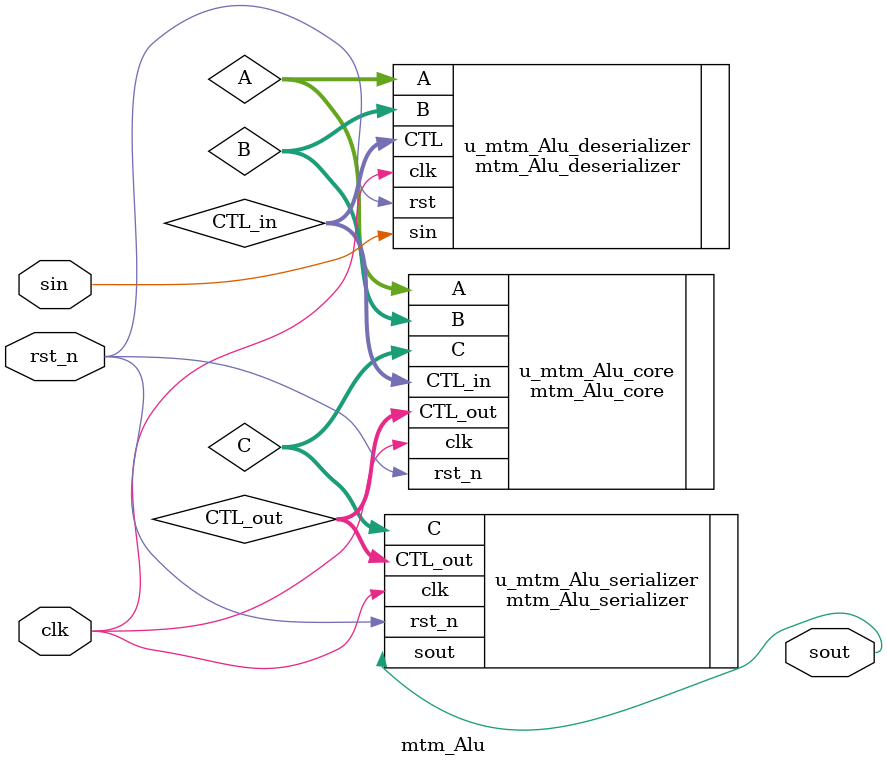
<source format=v>
/******************************************************************************
 * (C) Copyright 2019 AGH UST All Rights Reserved
 *
 * MODULE:    mtm_Alu
 * PROJECT:   PPCU_VLSI
 * AUTHORS:
 * DATE:
 * ------------------------------------------------------------------------------
 * The ALU should operate as described in the mtmAlu_test_top module.
 * It should consist of three modules connected together:
 *   mtm_Alu_deserializer
 *   mtm_Alu_core
 *   mtm_Alu_serializer
 * The ALU should use posedge active clock and synchronous reset active LOW.
 *
 *******************************************************************************/

module mtm_Alu (
    input  wire clk,   // posedge active clock
    input  wire rst_n, // synchronous reset active low
    input  wire sin,   // serial data input
    output wire sout   // serial data output
);


wire [31:0] A;
wire [31:0] B;
wire [31:0]	C;
wire [7:0] CTL_in;
wire [7:0] CTL_out;


mtm_Alu_deserializer u_mtm_Alu_deserializer(
	.clk(clk),
	.rst(rst_n),
	.sin(sin),
	.A(A),
	.B(B),
	.CTL(CTL_in)
);

mtm_Alu_core u_mtm_Alu_core(
	.clk(clk),
	.rst_n(rst_n),
	//.sin(sin),
	.A(A),
	.B(B),
	.CTL_in(CTL_in),
	.C(C),
	.CTL_out(CTL_out)
);

mtm_Alu_serializer u_mtm_Alu_serializer(
	.clk(clk),
	.rst_n(rst_n),
	.C(C),
	.CTL_out(CTL_out),
	.sout(sout)
);


endmodule

</source>
